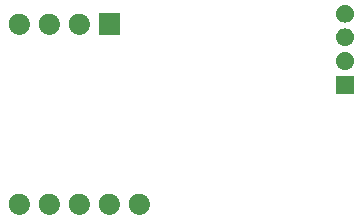
<source format=gbr>
G04 #@! TF.GenerationSoftware,KiCad,Pcbnew,7.0.8*
G04 #@! TF.CreationDate,2023-11-15T13:01:11+05:30*
G04 #@! TF.ProjectId,m5-atom-carrier-board,6d352d61-746f-46d2-9d63-617272696572,1*
G04 #@! TF.SameCoordinates,Original*
G04 #@! TF.FileFunction,Soldermask,Bot*
G04 #@! TF.FilePolarity,Negative*
%FSLAX46Y46*%
G04 Gerber Fmt 4.6, Leading zero omitted, Abs format (unit mm)*
G04 Created by KiCad (PCBNEW 7.0.8) date 2023-11-15 13:01:11*
%MOMM*%
%LPD*%
G01*
G04 APERTURE LIST*
G04 APERTURE END LIST*
G36*
X87467568Y-69224930D02*
G01*
X87514076Y-69224930D01*
X87554232Y-69233465D01*
X87595530Y-69237533D01*
X87647415Y-69253272D01*
X87698115Y-69264049D01*
X87730558Y-69278493D01*
X87764319Y-69288735D01*
X87817967Y-69317410D01*
X87870000Y-69340577D01*
X87894192Y-69358153D01*
X87919878Y-69371883D01*
X87972271Y-69414881D01*
X88022218Y-69451170D01*
X88038436Y-69469182D01*
X88056221Y-69483778D01*
X88104018Y-69542018D01*
X88148115Y-69590993D01*
X88157377Y-69607036D01*
X88168116Y-69620121D01*
X88207840Y-69694440D01*
X88242191Y-69753937D01*
X88246142Y-69766098D01*
X88251264Y-69775680D01*
X88279504Y-69868775D01*
X88300333Y-69932879D01*
X88301066Y-69939854D01*
X88302466Y-69944469D01*
X88316090Y-70082802D01*
X88320000Y-70120000D01*
X88316090Y-70157200D01*
X88302466Y-70295530D01*
X88301066Y-70300144D01*
X88300333Y-70307121D01*
X88279500Y-70371238D01*
X88251264Y-70464319D01*
X88246143Y-70473899D01*
X88242191Y-70486063D01*
X88207833Y-70545572D01*
X88168116Y-70619878D01*
X88157379Y-70632960D01*
X88148115Y-70649007D01*
X88104009Y-70697991D01*
X88056221Y-70756221D01*
X88038439Y-70770813D01*
X88022218Y-70788830D01*
X87972260Y-70825126D01*
X87919878Y-70868116D01*
X87894197Y-70881842D01*
X87870000Y-70899423D01*
X87817955Y-70922594D01*
X87764319Y-70951264D01*
X87730565Y-70961503D01*
X87698115Y-70975951D01*
X87647404Y-70986729D01*
X87595530Y-71002466D01*
X87554241Y-71006532D01*
X87514076Y-71015070D01*
X87467558Y-71015070D01*
X87420000Y-71019754D01*
X87372442Y-71015070D01*
X87325924Y-71015070D01*
X87285759Y-71006532D01*
X87244469Y-71002466D01*
X87192592Y-70986729D01*
X87141885Y-70975951D01*
X87109436Y-70961503D01*
X87075680Y-70951264D01*
X87022038Y-70922591D01*
X86970000Y-70899423D01*
X86945805Y-70881844D01*
X86920121Y-70868116D01*
X86867730Y-70825119D01*
X86817782Y-70788830D01*
X86801562Y-70770816D01*
X86783778Y-70756221D01*
X86735979Y-70697978D01*
X86691885Y-70649007D01*
X86682622Y-70632964D01*
X86671883Y-70619878D01*
X86632153Y-70545548D01*
X86597809Y-70486063D01*
X86593858Y-70473903D01*
X86588735Y-70464319D01*
X86560484Y-70371191D01*
X86539667Y-70307121D01*
X86538934Y-70300149D01*
X86537533Y-70295530D01*
X86523893Y-70157049D01*
X86520000Y-70120000D01*
X86523893Y-70082953D01*
X86537533Y-69944469D01*
X86538934Y-69939849D01*
X86539667Y-69932879D01*
X86560480Y-69868822D01*
X86588735Y-69775680D01*
X86593859Y-69766093D01*
X86597809Y-69753937D01*
X86632145Y-69694463D01*
X86671883Y-69620121D01*
X86682624Y-69607032D01*
X86691885Y-69590993D01*
X86735970Y-69542031D01*
X86783778Y-69483778D01*
X86801566Y-69469179D01*
X86817782Y-69451170D01*
X86867719Y-69414888D01*
X86920121Y-69371883D01*
X86945810Y-69358151D01*
X86970000Y-69340577D01*
X87022026Y-69317413D01*
X87075680Y-69288735D01*
X87109443Y-69278492D01*
X87141885Y-69264049D01*
X87192581Y-69253273D01*
X87244469Y-69237533D01*
X87285768Y-69233465D01*
X87325924Y-69224930D01*
X87372432Y-69224930D01*
X87420000Y-69220245D01*
X87467568Y-69224930D01*
G37*
G36*
X90007568Y-69224930D02*
G01*
X90054076Y-69224930D01*
X90094232Y-69233465D01*
X90135530Y-69237533D01*
X90187415Y-69253272D01*
X90238115Y-69264049D01*
X90270558Y-69278493D01*
X90304319Y-69288735D01*
X90357967Y-69317410D01*
X90410000Y-69340577D01*
X90434192Y-69358153D01*
X90459878Y-69371883D01*
X90512271Y-69414881D01*
X90562218Y-69451170D01*
X90578436Y-69469182D01*
X90596221Y-69483778D01*
X90644018Y-69542018D01*
X90688115Y-69590993D01*
X90697377Y-69607036D01*
X90708116Y-69620121D01*
X90747840Y-69694440D01*
X90782191Y-69753937D01*
X90786142Y-69766098D01*
X90791264Y-69775680D01*
X90819504Y-69868775D01*
X90840333Y-69932879D01*
X90841066Y-69939854D01*
X90842466Y-69944469D01*
X90856090Y-70082802D01*
X90860000Y-70120000D01*
X90856090Y-70157200D01*
X90842466Y-70295530D01*
X90841066Y-70300144D01*
X90840333Y-70307121D01*
X90819500Y-70371238D01*
X90791264Y-70464319D01*
X90786143Y-70473899D01*
X90782191Y-70486063D01*
X90747833Y-70545572D01*
X90708116Y-70619878D01*
X90697379Y-70632960D01*
X90688115Y-70649007D01*
X90644009Y-70697991D01*
X90596221Y-70756221D01*
X90578439Y-70770813D01*
X90562218Y-70788830D01*
X90512260Y-70825126D01*
X90459878Y-70868116D01*
X90434197Y-70881842D01*
X90410000Y-70899423D01*
X90357955Y-70922594D01*
X90304319Y-70951264D01*
X90270565Y-70961503D01*
X90238115Y-70975951D01*
X90187404Y-70986729D01*
X90135530Y-71002466D01*
X90094241Y-71006532D01*
X90054076Y-71015070D01*
X90007558Y-71015070D01*
X89960000Y-71019754D01*
X89912442Y-71015070D01*
X89865924Y-71015070D01*
X89825759Y-71006532D01*
X89784469Y-71002466D01*
X89732592Y-70986729D01*
X89681885Y-70975951D01*
X89649436Y-70961503D01*
X89615680Y-70951264D01*
X89562038Y-70922591D01*
X89510000Y-70899423D01*
X89485805Y-70881844D01*
X89460121Y-70868116D01*
X89407730Y-70825119D01*
X89357782Y-70788830D01*
X89341562Y-70770816D01*
X89323778Y-70756221D01*
X89275979Y-70697978D01*
X89231885Y-70649007D01*
X89222622Y-70632964D01*
X89211883Y-70619878D01*
X89172153Y-70545548D01*
X89137809Y-70486063D01*
X89133858Y-70473903D01*
X89128735Y-70464319D01*
X89100484Y-70371191D01*
X89079667Y-70307121D01*
X89078934Y-70300149D01*
X89077533Y-70295530D01*
X89063893Y-70157049D01*
X89060000Y-70120000D01*
X89063893Y-70082953D01*
X89077533Y-69944469D01*
X89078934Y-69939849D01*
X89079667Y-69932879D01*
X89100480Y-69868822D01*
X89128735Y-69775680D01*
X89133859Y-69766093D01*
X89137809Y-69753937D01*
X89172145Y-69694463D01*
X89211883Y-69620121D01*
X89222624Y-69607032D01*
X89231885Y-69590993D01*
X89275970Y-69542031D01*
X89323778Y-69483778D01*
X89341566Y-69469179D01*
X89357782Y-69451170D01*
X89407719Y-69414888D01*
X89460121Y-69371883D01*
X89485810Y-69358151D01*
X89510000Y-69340577D01*
X89562026Y-69317413D01*
X89615680Y-69288735D01*
X89649443Y-69278492D01*
X89681885Y-69264049D01*
X89732581Y-69253273D01*
X89784469Y-69237533D01*
X89825768Y-69233465D01*
X89865924Y-69224930D01*
X89912432Y-69224930D01*
X89960000Y-69220245D01*
X90007568Y-69224930D01*
G37*
G36*
X92547568Y-69224930D02*
G01*
X92594076Y-69224930D01*
X92634232Y-69233465D01*
X92675530Y-69237533D01*
X92727415Y-69253272D01*
X92778115Y-69264049D01*
X92810558Y-69278493D01*
X92844319Y-69288735D01*
X92897967Y-69317410D01*
X92950000Y-69340577D01*
X92974192Y-69358153D01*
X92999878Y-69371883D01*
X93052271Y-69414881D01*
X93102218Y-69451170D01*
X93118436Y-69469182D01*
X93136221Y-69483778D01*
X93184018Y-69542018D01*
X93228115Y-69590993D01*
X93237377Y-69607036D01*
X93248116Y-69620121D01*
X93287840Y-69694440D01*
X93322191Y-69753937D01*
X93326142Y-69766098D01*
X93331264Y-69775680D01*
X93359504Y-69868775D01*
X93380333Y-69932879D01*
X93381066Y-69939854D01*
X93382466Y-69944469D01*
X93396090Y-70082802D01*
X93400000Y-70120000D01*
X93396090Y-70157200D01*
X93382466Y-70295530D01*
X93381066Y-70300144D01*
X93380333Y-70307121D01*
X93359500Y-70371238D01*
X93331264Y-70464319D01*
X93326143Y-70473899D01*
X93322191Y-70486063D01*
X93287833Y-70545572D01*
X93248116Y-70619878D01*
X93237379Y-70632960D01*
X93228115Y-70649007D01*
X93184009Y-70697991D01*
X93136221Y-70756221D01*
X93118439Y-70770813D01*
X93102218Y-70788830D01*
X93052260Y-70825126D01*
X92999878Y-70868116D01*
X92974197Y-70881842D01*
X92950000Y-70899423D01*
X92897955Y-70922594D01*
X92844319Y-70951264D01*
X92810565Y-70961503D01*
X92778115Y-70975951D01*
X92727404Y-70986729D01*
X92675530Y-71002466D01*
X92634241Y-71006532D01*
X92594076Y-71015070D01*
X92547558Y-71015070D01*
X92500000Y-71019754D01*
X92452442Y-71015070D01*
X92405924Y-71015070D01*
X92365759Y-71006532D01*
X92324469Y-71002466D01*
X92272592Y-70986729D01*
X92221885Y-70975951D01*
X92189436Y-70961503D01*
X92155680Y-70951264D01*
X92102038Y-70922591D01*
X92050000Y-70899423D01*
X92025805Y-70881844D01*
X92000121Y-70868116D01*
X91947730Y-70825119D01*
X91897782Y-70788830D01*
X91881562Y-70770816D01*
X91863778Y-70756221D01*
X91815979Y-70697978D01*
X91771885Y-70649007D01*
X91762622Y-70632964D01*
X91751883Y-70619878D01*
X91712153Y-70545548D01*
X91677809Y-70486063D01*
X91673858Y-70473903D01*
X91668735Y-70464319D01*
X91640484Y-70371191D01*
X91619667Y-70307121D01*
X91618934Y-70300149D01*
X91617533Y-70295530D01*
X91603893Y-70157049D01*
X91600000Y-70120000D01*
X91603893Y-70082953D01*
X91617533Y-69944469D01*
X91618934Y-69939849D01*
X91619667Y-69932879D01*
X91640480Y-69868822D01*
X91668735Y-69775680D01*
X91673859Y-69766093D01*
X91677809Y-69753937D01*
X91712145Y-69694463D01*
X91751883Y-69620121D01*
X91762624Y-69607032D01*
X91771885Y-69590993D01*
X91815970Y-69542031D01*
X91863778Y-69483778D01*
X91881566Y-69469179D01*
X91897782Y-69451170D01*
X91947719Y-69414888D01*
X92000121Y-69371883D01*
X92025810Y-69358151D01*
X92050000Y-69340577D01*
X92102026Y-69317413D01*
X92155680Y-69288735D01*
X92189443Y-69278492D01*
X92221885Y-69264049D01*
X92272581Y-69253273D01*
X92324469Y-69237533D01*
X92365768Y-69233465D01*
X92405924Y-69224930D01*
X92452432Y-69224930D01*
X92500000Y-69220245D01*
X92547568Y-69224930D01*
G37*
G36*
X95087568Y-69224930D02*
G01*
X95134076Y-69224930D01*
X95174232Y-69233465D01*
X95215530Y-69237533D01*
X95267415Y-69253272D01*
X95318115Y-69264049D01*
X95350558Y-69278493D01*
X95384319Y-69288735D01*
X95437967Y-69317410D01*
X95490000Y-69340577D01*
X95514192Y-69358153D01*
X95539878Y-69371883D01*
X95592271Y-69414881D01*
X95642218Y-69451170D01*
X95658436Y-69469182D01*
X95676221Y-69483778D01*
X95724018Y-69542018D01*
X95768115Y-69590993D01*
X95777377Y-69607036D01*
X95788116Y-69620121D01*
X95827840Y-69694440D01*
X95862191Y-69753937D01*
X95866142Y-69766098D01*
X95871264Y-69775680D01*
X95899504Y-69868775D01*
X95920333Y-69932879D01*
X95921066Y-69939854D01*
X95922466Y-69944469D01*
X95936090Y-70082802D01*
X95940000Y-70120000D01*
X95936090Y-70157200D01*
X95922466Y-70295530D01*
X95921066Y-70300144D01*
X95920333Y-70307121D01*
X95899500Y-70371238D01*
X95871264Y-70464319D01*
X95866143Y-70473899D01*
X95862191Y-70486063D01*
X95827833Y-70545572D01*
X95788116Y-70619878D01*
X95777379Y-70632960D01*
X95768115Y-70649007D01*
X95724009Y-70697991D01*
X95676221Y-70756221D01*
X95658439Y-70770813D01*
X95642218Y-70788830D01*
X95592260Y-70825126D01*
X95539878Y-70868116D01*
X95514197Y-70881842D01*
X95490000Y-70899423D01*
X95437955Y-70922594D01*
X95384319Y-70951264D01*
X95350565Y-70961503D01*
X95318115Y-70975951D01*
X95267404Y-70986729D01*
X95215530Y-71002466D01*
X95174241Y-71006532D01*
X95134076Y-71015070D01*
X95087558Y-71015070D01*
X95040000Y-71019754D01*
X94992442Y-71015070D01*
X94945924Y-71015070D01*
X94905759Y-71006532D01*
X94864469Y-71002466D01*
X94812592Y-70986729D01*
X94761885Y-70975951D01*
X94729436Y-70961503D01*
X94695680Y-70951264D01*
X94642038Y-70922591D01*
X94590000Y-70899423D01*
X94565805Y-70881844D01*
X94540121Y-70868116D01*
X94487730Y-70825119D01*
X94437782Y-70788830D01*
X94421562Y-70770816D01*
X94403778Y-70756221D01*
X94355979Y-70697978D01*
X94311885Y-70649007D01*
X94302622Y-70632964D01*
X94291883Y-70619878D01*
X94252153Y-70545548D01*
X94217809Y-70486063D01*
X94213858Y-70473903D01*
X94208735Y-70464319D01*
X94180484Y-70371191D01*
X94159667Y-70307121D01*
X94158934Y-70300149D01*
X94157533Y-70295530D01*
X94143893Y-70157049D01*
X94140000Y-70120000D01*
X94143893Y-70082953D01*
X94157533Y-69944469D01*
X94158934Y-69939849D01*
X94159667Y-69932879D01*
X94180480Y-69868822D01*
X94208735Y-69775680D01*
X94213859Y-69766093D01*
X94217809Y-69753937D01*
X94252145Y-69694463D01*
X94291883Y-69620121D01*
X94302624Y-69607032D01*
X94311885Y-69590993D01*
X94355970Y-69542031D01*
X94403778Y-69483778D01*
X94421566Y-69469179D01*
X94437782Y-69451170D01*
X94487719Y-69414888D01*
X94540121Y-69371883D01*
X94565810Y-69358151D01*
X94590000Y-69340577D01*
X94642026Y-69317413D01*
X94695680Y-69288735D01*
X94729443Y-69278492D01*
X94761885Y-69264049D01*
X94812581Y-69253273D01*
X94864469Y-69237533D01*
X94905768Y-69233465D01*
X94945924Y-69224930D01*
X94992432Y-69224930D01*
X95040000Y-69220245D01*
X95087568Y-69224930D01*
G37*
G36*
X97627568Y-69224930D02*
G01*
X97674076Y-69224930D01*
X97714232Y-69233465D01*
X97755530Y-69237533D01*
X97807415Y-69253272D01*
X97858115Y-69264049D01*
X97890558Y-69278493D01*
X97924319Y-69288735D01*
X97977967Y-69317410D01*
X98030000Y-69340577D01*
X98054192Y-69358153D01*
X98079878Y-69371883D01*
X98132271Y-69414881D01*
X98182218Y-69451170D01*
X98198436Y-69469182D01*
X98216221Y-69483778D01*
X98264018Y-69542018D01*
X98308115Y-69590993D01*
X98317377Y-69607036D01*
X98328116Y-69620121D01*
X98367840Y-69694440D01*
X98402191Y-69753937D01*
X98406142Y-69766098D01*
X98411264Y-69775680D01*
X98439504Y-69868775D01*
X98460333Y-69932879D01*
X98461066Y-69939854D01*
X98462466Y-69944469D01*
X98476090Y-70082802D01*
X98480000Y-70120000D01*
X98476090Y-70157200D01*
X98462466Y-70295530D01*
X98461066Y-70300144D01*
X98460333Y-70307121D01*
X98439500Y-70371238D01*
X98411264Y-70464319D01*
X98406143Y-70473899D01*
X98402191Y-70486063D01*
X98367833Y-70545572D01*
X98328116Y-70619878D01*
X98317379Y-70632960D01*
X98308115Y-70649007D01*
X98264009Y-70697991D01*
X98216221Y-70756221D01*
X98198439Y-70770813D01*
X98182218Y-70788830D01*
X98132260Y-70825126D01*
X98079878Y-70868116D01*
X98054197Y-70881842D01*
X98030000Y-70899423D01*
X97977955Y-70922594D01*
X97924319Y-70951264D01*
X97890565Y-70961503D01*
X97858115Y-70975951D01*
X97807404Y-70986729D01*
X97755530Y-71002466D01*
X97714241Y-71006532D01*
X97674076Y-71015070D01*
X97627558Y-71015070D01*
X97580000Y-71019754D01*
X97532442Y-71015070D01*
X97485924Y-71015070D01*
X97445759Y-71006532D01*
X97404469Y-71002466D01*
X97352592Y-70986729D01*
X97301885Y-70975951D01*
X97269436Y-70961503D01*
X97235680Y-70951264D01*
X97182038Y-70922591D01*
X97130000Y-70899423D01*
X97105805Y-70881844D01*
X97080121Y-70868116D01*
X97027730Y-70825119D01*
X96977782Y-70788830D01*
X96961562Y-70770816D01*
X96943778Y-70756221D01*
X96895979Y-70697978D01*
X96851885Y-70649007D01*
X96842622Y-70632964D01*
X96831883Y-70619878D01*
X96792153Y-70545548D01*
X96757809Y-70486063D01*
X96753858Y-70473903D01*
X96748735Y-70464319D01*
X96720484Y-70371191D01*
X96699667Y-70307121D01*
X96698934Y-70300149D01*
X96697533Y-70295530D01*
X96683893Y-70157049D01*
X96680000Y-70120000D01*
X96683893Y-70082953D01*
X96697533Y-69944469D01*
X96698934Y-69939849D01*
X96699667Y-69932879D01*
X96720480Y-69868822D01*
X96748735Y-69775680D01*
X96753859Y-69766093D01*
X96757809Y-69753937D01*
X96792145Y-69694463D01*
X96831883Y-69620121D01*
X96842624Y-69607032D01*
X96851885Y-69590993D01*
X96895970Y-69542031D01*
X96943778Y-69483778D01*
X96961566Y-69469179D01*
X96977782Y-69451170D01*
X97027719Y-69414888D01*
X97080121Y-69371883D01*
X97105810Y-69358151D01*
X97130000Y-69340577D01*
X97182026Y-69317413D01*
X97235680Y-69288735D01*
X97269443Y-69278492D01*
X97301885Y-69264049D01*
X97352581Y-69253273D01*
X97404469Y-69237533D01*
X97445768Y-69233465D01*
X97485924Y-69224930D01*
X97532432Y-69224930D01*
X97580000Y-69220245D01*
X97627568Y-69224930D01*
G37*
G36*
X115762000Y-60762000D02*
G01*
X114238000Y-60762000D01*
X114238000Y-59238000D01*
X115762000Y-59238000D01*
X115762000Y-60762000D01*
G37*
G36*
X115169561Y-57257105D02*
G01*
X115330619Y-57313462D01*
X115475099Y-57404244D01*
X115595756Y-57524901D01*
X115686538Y-57669381D01*
X115742895Y-57830439D01*
X115762000Y-58000000D01*
X115742895Y-58169561D01*
X115686538Y-58330619D01*
X115595756Y-58475099D01*
X115475099Y-58595756D01*
X115330619Y-58686538D01*
X115169561Y-58742895D01*
X115000000Y-58762000D01*
X114830439Y-58742895D01*
X114669381Y-58686538D01*
X114524901Y-58595756D01*
X114404244Y-58475099D01*
X114313462Y-58330619D01*
X114257105Y-58169561D01*
X114238000Y-58000000D01*
X114257105Y-57830439D01*
X114313462Y-57669381D01*
X114404244Y-57524901D01*
X114524901Y-57404244D01*
X114669381Y-57313462D01*
X114830439Y-57257105D01*
X115000000Y-57238000D01*
X115169561Y-57257105D01*
G37*
G36*
X115169561Y-55257105D02*
G01*
X115330619Y-55313462D01*
X115475099Y-55404244D01*
X115595756Y-55524901D01*
X115686538Y-55669381D01*
X115742895Y-55830439D01*
X115762000Y-56000000D01*
X115742895Y-56169561D01*
X115686538Y-56330619D01*
X115595756Y-56475099D01*
X115475099Y-56595756D01*
X115330619Y-56686538D01*
X115169561Y-56742895D01*
X115000000Y-56762000D01*
X114830439Y-56742895D01*
X114669381Y-56686538D01*
X114524901Y-56595756D01*
X114404244Y-56475099D01*
X114313462Y-56330619D01*
X114257105Y-56169561D01*
X114238000Y-56000000D01*
X114257105Y-55830439D01*
X114313462Y-55669381D01*
X114404244Y-55524901D01*
X114524901Y-55404244D01*
X114669381Y-55313462D01*
X114830439Y-55257105D01*
X115000000Y-55238000D01*
X115169561Y-55257105D01*
G37*
G36*
X95940000Y-55780000D02*
G01*
X94140000Y-55780000D01*
X94140000Y-53980000D01*
X95940000Y-53980000D01*
X95940000Y-55780000D01*
G37*
G36*
X87467568Y-53984930D02*
G01*
X87514076Y-53984930D01*
X87554232Y-53993465D01*
X87595530Y-53997533D01*
X87647415Y-54013272D01*
X87698115Y-54024049D01*
X87730558Y-54038493D01*
X87764319Y-54048735D01*
X87817967Y-54077410D01*
X87870000Y-54100577D01*
X87894192Y-54118153D01*
X87919878Y-54131883D01*
X87972271Y-54174881D01*
X88022218Y-54211170D01*
X88038436Y-54229182D01*
X88056221Y-54243778D01*
X88104018Y-54302018D01*
X88148115Y-54350993D01*
X88157377Y-54367036D01*
X88168116Y-54380121D01*
X88207840Y-54454440D01*
X88242191Y-54513937D01*
X88246142Y-54526098D01*
X88251264Y-54535680D01*
X88279504Y-54628775D01*
X88300333Y-54692879D01*
X88301066Y-54699854D01*
X88302466Y-54704469D01*
X88316090Y-54842802D01*
X88320000Y-54880000D01*
X88316090Y-54917200D01*
X88302466Y-55055530D01*
X88301066Y-55060144D01*
X88300333Y-55067121D01*
X88279500Y-55131238D01*
X88251264Y-55224319D01*
X88246143Y-55233899D01*
X88242191Y-55246063D01*
X88207833Y-55305572D01*
X88168116Y-55379878D01*
X88157379Y-55392960D01*
X88148115Y-55409007D01*
X88104009Y-55457991D01*
X88056221Y-55516221D01*
X88038439Y-55530813D01*
X88022218Y-55548830D01*
X87972260Y-55585126D01*
X87919878Y-55628116D01*
X87894197Y-55641842D01*
X87870000Y-55659423D01*
X87817955Y-55682594D01*
X87764319Y-55711264D01*
X87730565Y-55721503D01*
X87698115Y-55735951D01*
X87647404Y-55746729D01*
X87595530Y-55762466D01*
X87554241Y-55766532D01*
X87514076Y-55775070D01*
X87467558Y-55775070D01*
X87420000Y-55779754D01*
X87372442Y-55775070D01*
X87325924Y-55775070D01*
X87285759Y-55766532D01*
X87244469Y-55762466D01*
X87192592Y-55746729D01*
X87141885Y-55735951D01*
X87109436Y-55721503D01*
X87075680Y-55711264D01*
X87022038Y-55682591D01*
X86970000Y-55659423D01*
X86945805Y-55641844D01*
X86920121Y-55628116D01*
X86867730Y-55585119D01*
X86817782Y-55548830D01*
X86801562Y-55530816D01*
X86783778Y-55516221D01*
X86735979Y-55457978D01*
X86691885Y-55409007D01*
X86682622Y-55392964D01*
X86671883Y-55379878D01*
X86632153Y-55305548D01*
X86597809Y-55246063D01*
X86593858Y-55233903D01*
X86588735Y-55224319D01*
X86560484Y-55131191D01*
X86539667Y-55067121D01*
X86538934Y-55060149D01*
X86537533Y-55055530D01*
X86523893Y-54917049D01*
X86520000Y-54880000D01*
X86523893Y-54842953D01*
X86537533Y-54704469D01*
X86538934Y-54699849D01*
X86539667Y-54692879D01*
X86560480Y-54628822D01*
X86588735Y-54535680D01*
X86593859Y-54526093D01*
X86597809Y-54513937D01*
X86632145Y-54454463D01*
X86671883Y-54380121D01*
X86682624Y-54367032D01*
X86691885Y-54350993D01*
X86735970Y-54302031D01*
X86783778Y-54243778D01*
X86801566Y-54229179D01*
X86817782Y-54211170D01*
X86867719Y-54174888D01*
X86920121Y-54131883D01*
X86945810Y-54118151D01*
X86970000Y-54100577D01*
X87022026Y-54077413D01*
X87075680Y-54048735D01*
X87109443Y-54038492D01*
X87141885Y-54024049D01*
X87192581Y-54013273D01*
X87244469Y-53997533D01*
X87285768Y-53993465D01*
X87325924Y-53984930D01*
X87372432Y-53984930D01*
X87420000Y-53980245D01*
X87467568Y-53984930D01*
G37*
G36*
X90007568Y-53984930D02*
G01*
X90054076Y-53984930D01*
X90094232Y-53993465D01*
X90135530Y-53997533D01*
X90187415Y-54013272D01*
X90238115Y-54024049D01*
X90270558Y-54038493D01*
X90304319Y-54048735D01*
X90357967Y-54077410D01*
X90410000Y-54100577D01*
X90434192Y-54118153D01*
X90459878Y-54131883D01*
X90512271Y-54174881D01*
X90562218Y-54211170D01*
X90578436Y-54229182D01*
X90596221Y-54243778D01*
X90644018Y-54302018D01*
X90688115Y-54350993D01*
X90697377Y-54367036D01*
X90708116Y-54380121D01*
X90747840Y-54454440D01*
X90782191Y-54513937D01*
X90786142Y-54526098D01*
X90791264Y-54535680D01*
X90819504Y-54628775D01*
X90840333Y-54692879D01*
X90841066Y-54699854D01*
X90842466Y-54704469D01*
X90856090Y-54842802D01*
X90860000Y-54880000D01*
X90856090Y-54917200D01*
X90842466Y-55055530D01*
X90841066Y-55060144D01*
X90840333Y-55067121D01*
X90819500Y-55131238D01*
X90791264Y-55224319D01*
X90786143Y-55233899D01*
X90782191Y-55246063D01*
X90747833Y-55305572D01*
X90708116Y-55379878D01*
X90697379Y-55392960D01*
X90688115Y-55409007D01*
X90644009Y-55457991D01*
X90596221Y-55516221D01*
X90578439Y-55530813D01*
X90562218Y-55548830D01*
X90512260Y-55585126D01*
X90459878Y-55628116D01*
X90434197Y-55641842D01*
X90410000Y-55659423D01*
X90357955Y-55682594D01*
X90304319Y-55711264D01*
X90270565Y-55721503D01*
X90238115Y-55735951D01*
X90187404Y-55746729D01*
X90135530Y-55762466D01*
X90094241Y-55766532D01*
X90054076Y-55775070D01*
X90007558Y-55775070D01*
X89960000Y-55779754D01*
X89912442Y-55775070D01*
X89865924Y-55775070D01*
X89825759Y-55766532D01*
X89784469Y-55762466D01*
X89732592Y-55746729D01*
X89681885Y-55735951D01*
X89649436Y-55721503D01*
X89615680Y-55711264D01*
X89562038Y-55682591D01*
X89510000Y-55659423D01*
X89485805Y-55641844D01*
X89460121Y-55628116D01*
X89407730Y-55585119D01*
X89357782Y-55548830D01*
X89341562Y-55530816D01*
X89323778Y-55516221D01*
X89275979Y-55457978D01*
X89231885Y-55409007D01*
X89222622Y-55392964D01*
X89211883Y-55379878D01*
X89172153Y-55305548D01*
X89137809Y-55246063D01*
X89133858Y-55233903D01*
X89128735Y-55224319D01*
X89100484Y-55131191D01*
X89079667Y-55067121D01*
X89078934Y-55060149D01*
X89077533Y-55055530D01*
X89063893Y-54917049D01*
X89060000Y-54880000D01*
X89063893Y-54842953D01*
X89077533Y-54704469D01*
X89078934Y-54699849D01*
X89079667Y-54692879D01*
X89100480Y-54628822D01*
X89128735Y-54535680D01*
X89133859Y-54526093D01*
X89137809Y-54513937D01*
X89172145Y-54454463D01*
X89211883Y-54380121D01*
X89222624Y-54367032D01*
X89231885Y-54350993D01*
X89275970Y-54302031D01*
X89323778Y-54243778D01*
X89341566Y-54229179D01*
X89357782Y-54211170D01*
X89407719Y-54174888D01*
X89460121Y-54131883D01*
X89485810Y-54118151D01*
X89510000Y-54100577D01*
X89562026Y-54077413D01*
X89615680Y-54048735D01*
X89649443Y-54038492D01*
X89681885Y-54024049D01*
X89732581Y-54013273D01*
X89784469Y-53997533D01*
X89825768Y-53993465D01*
X89865924Y-53984930D01*
X89912432Y-53984930D01*
X89960000Y-53980245D01*
X90007568Y-53984930D01*
G37*
G36*
X92547568Y-53984930D02*
G01*
X92594076Y-53984930D01*
X92634232Y-53993465D01*
X92675530Y-53997533D01*
X92727415Y-54013272D01*
X92778115Y-54024049D01*
X92810558Y-54038493D01*
X92844319Y-54048735D01*
X92897967Y-54077410D01*
X92950000Y-54100577D01*
X92974192Y-54118153D01*
X92999878Y-54131883D01*
X93052271Y-54174881D01*
X93102218Y-54211170D01*
X93118436Y-54229182D01*
X93136221Y-54243778D01*
X93184018Y-54302018D01*
X93228115Y-54350993D01*
X93237377Y-54367036D01*
X93248116Y-54380121D01*
X93287840Y-54454440D01*
X93322191Y-54513937D01*
X93326142Y-54526098D01*
X93331264Y-54535680D01*
X93359504Y-54628775D01*
X93380333Y-54692879D01*
X93381066Y-54699854D01*
X93382466Y-54704469D01*
X93396090Y-54842802D01*
X93400000Y-54880000D01*
X93396090Y-54917200D01*
X93382466Y-55055530D01*
X93381066Y-55060144D01*
X93380333Y-55067121D01*
X93359500Y-55131238D01*
X93331264Y-55224319D01*
X93326143Y-55233899D01*
X93322191Y-55246063D01*
X93287833Y-55305572D01*
X93248116Y-55379878D01*
X93237379Y-55392960D01*
X93228115Y-55409007D01*
X93184009Y-55457991D01*
X93136221Y-55516221D01*
X93118439Y-55530813D01*
X93102218Y-55548830D01*
X93052260Y-55585126D01*
X92999878Y-55628116D01*
X92974197Y-55641842D01*
X92950000Y-55659423D01*
X92897955Y-55682594D01*
X92844319Y-55711264D01*
X92810565Y-55721503D01*
X92778115Y-55735951D01*
X92727404Y-55746729D01*
X92675530Y-55762466D01*
X92634241Y-55766532D01*
X92594076Y-55775070D01*
X92547558Y-55775070D01*
X92500000Y-55779754D01*
X92452442Y-55775070D01*
X92405924Y-55775070D01*
X92365759Y-55766532D01*
X92324469Y-55762466D01*
X92272592Y-55746729D01*
X92221885Y-55735951D01*
X92189436Y-55721503D01*
X92155680Y-55711264D01*
X92102038Y-55682591D01*
X92050000Y-55659423D01*
X92025805Y-55641844D01*
X92000121Y-55628116D01*
X91947730Y-55585119D01*
X91897782Y-55548830D01*
X91881562Y-55530816D01*
X91863778Y-55516221D01*
X91815979Y-55457978D01*
X91771885Y-55409007D01*
X91762622Y-55392964D01*
X91751883Y-55379878D01*
X91712153Y-55305548D01*
X91677809Y-55246063D01*
X91673858Y-55233903D01*
X91668735Y-55224319D01*
X91640484Y-55131191D01*
X91619667Y-55067121D01*
X91618934Y-55060149D01*
X91617533Y-55055530D01*
X91603893Y-54917049D01*
X91600000Y-54880000D01*
X91603893Y-54842953D01*
X91617533Y-54704469D01*
X91618934Y-54699849D01*
X91619667Y-54692879D01*
X91640480Y-54628822D01*
X91668735Y-54535680D01*
X91673859Y-54526093D01*
X91677809Y-54513937D01*
X91712145Y-54454463D01*
X91751883Y-54380121D01*
X91762624Y-54367032D01*
X91771885Y-54350993D01*
X91815970Y-54302031D01*
X91863778Y-54243778D01*
X91881566Y-54229179D01*
X91897782Y-54211170D01*
X91947719Y-54174888D01*
X92000121Y-54131883D01*
X92025810Y-54118151D01*
X92050000Y-54100577D01*
X92102026Y-54077413D01*
X92155680Y-54048735D01*
X92189443Y-54038492D01*
X92221885Y-54024049D01*
X92272581Y-54013273D01*
X92324469Y-53997533D01*
X92365768Y-53993465D01*
X92405924Y-53984930D01*
X92452432Y-53984930D01*
X92500000Y-53980245D01*
X92547568Y-53984930D01*
G37*
G36*
X115169561Y-53257105D02*
G01*
X115330619Y-53313462D01*
X115475099Y-53404244D01*
X115595756Y-53524901D01*
X115686538Y-53669381D01*
X115742895Y-53830439D01*
X115762000Y-54000000D01*
X115742895Y-54169561D01*
X115686538Y-54330619D01*
X115595756Y-54475099D01*
X115475099Y-54595756D01*
X115330619Y-54686538D01*
X115169561Y-54742895D01*
X115000000Y-54762000D01*
X114830439Y-54742895D01*
X114669381Y-54686538D01*
X114524901Y-54595756D01*
X114404244Y-54475099D01*
X114313462Y-54330619D01*
X114257105Y-54169561D01*
X114238000Y-54000000D01*
X114257105Y-53830439D01*
X114313462Y-53669381D01*
X114404244Y-53524901D01*
X114524901Y-53404244D01*
X114669381Y-53313462D01*
X114830439Y-53257105D01*
X115000000Y-53238000D01*
X115169561Y-53257105D01*
G37*
M02*

</source>
